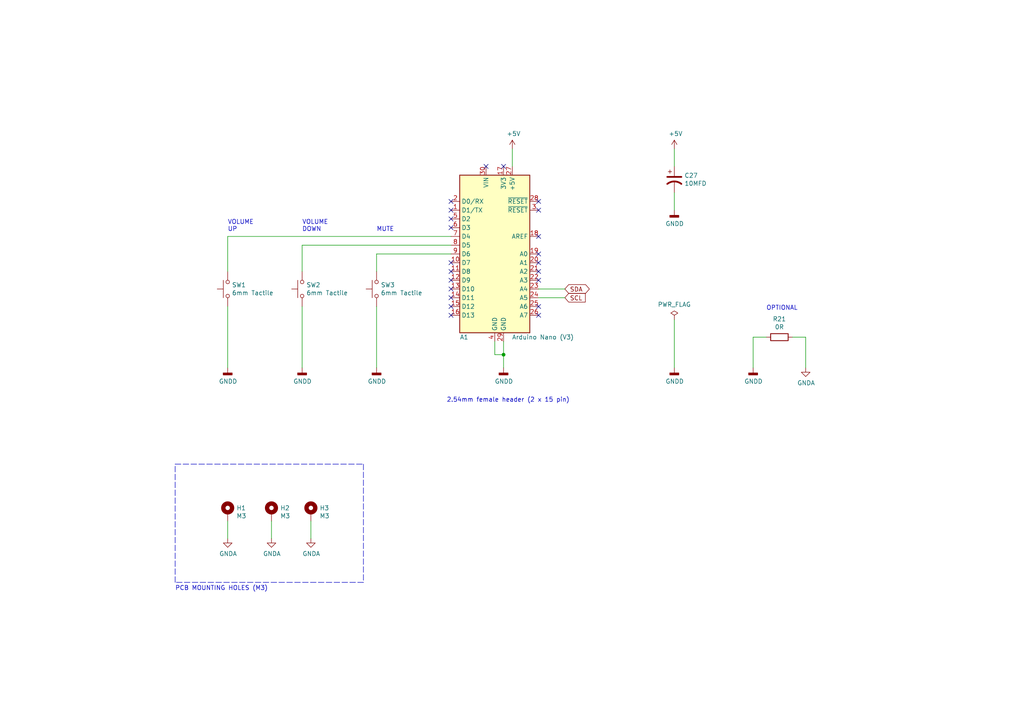
<source format=kicad_sch>
(kicad_sch (version 20211123) (generator eeschema)
  (paper "A4")
  (title_block (title "5.1 channel audio processor") (date "2021-09-13") (rev "1.0.0") (company "Dilshan R Jayakody") (comment 1 "jayakody2000lk@gmail.com") (comment 2 "http://jayakody2000lk.blogspot.com"))
  (lib_symbols
    (symbol "Device:CP1" (pin_numbers hide) (pin_names (offset 0.254) hide)
      (property "Reference" "C" (at 0.635 2.54 0))
      (property "Value" "Device_CP1" (at 0.635 -2.54 0))
      (symbol "CP1_0_1"
        (polyline (pts (xy -2.032 0.762) (xy 2.032 0.762)) (stroke (width 0.508)))
        (polyline (pts (xy -1.778 2.286) (xy -0.762 2.286)))
        (polyline (pts (xy -1.27 1.778) (xy -1.27 2.794)))
        (arc (start 2.032 -1.27) (mid 0 -0.5572) (end -2.032 -1.27) (stroke (width 0.508)))
      )
      (symbol "CP1_1_1"
        (pin passive line (at 0 3.81 270) (length 2.794) (name "~") (number "1"))
        (pin passive line (at 0 -3.81 90) (length 3.302) (name "~") (number "2"))
      )
    )
    (symbol "Device:R" (pin_numbers hide) (pin_names (offset 0))
      (property "Reference" "R" (at 2.032 0 90))
      (property "Value" "R" (at 0 0 90))
      (symbol "R_0_1"
        (rectangle (start -1.016 -2.54) (end 1.016 2.54) (stroke (width 0.254)))
      )
      (symbol "R_1_1"
        (pin passive line (at 0 3.81 270) (length 1.27) (name "~") (number "1"))
        (pin passive line (at 0 -3.81 90) (length 1.27) (name "~") (number "2"))
      )
    )
    (symbol "MCU_Module:Arduino_Nano_v3.x"
      (property "Reference" "A" (at -10.16 23.495 0))
      (property "Value" "Arduino_Nano_v3.x" (at 5.08 -24.13 0))
      (symbol "Arduino_Nano_v3.x_0_1"
        (rectangle (start -10.16 22.86) (end 10.16 -22.86) (stroke (width 0.254)) (fill (type background)))
      )
      (symbol "Arduino_Nano_v3.x_1_1"
        (pin bidirectional line (at -12.7 12.7 0) (length 2.54) (name "D1/TX") (number "1"))
        (pin bidirectional line (at -12.7 -2.54 0) (length 2.54) (name "D7") (number "10"))
        (pin bidirectional line (at -12.7 -5.08 0) (length 2.54) (name "D8") (number "11"))
        (pin bidirectional line (at -12.7 -7.62 0) (length 2.54) (name "D9") (number "12"))
        (pin bidirectional line (at -12.7 -10.16 0) (length 2.54) (name "D10") (number "13"))
        (pin bidirectional line (at -12.7 -12.7 0) (length 2.54) (name "D11") (number "14"))
        (pin bidirectional line (at -12.7 -15.24 0) (length 2.54) (name "D12") (number "15"))
        (pin bidirectional line (at -12.7 -17.78 0) (length 2.54) (name "D13") (number "16"))
        (pin power_out line (at 2.54 25.4 270) (length 2.54) (name "3V3") (number "17"))
        (pin input line (at 12.7 5.08 180) (length 2.54) (name "AREF") (number "18"))
        (pin bidirectional line (at 12.7 0 180) (length 2.54) (name "A0") (number "19"))
        (pin bidirectional line (at -12.7 15.24 0) (length 2.54) (name "D0/RX") (number "2"))
        (pin bidirectional line (at 12.7 -2.54 180) (length 2.54) (name "A1") (number "20"))
        (pin bidirectional line (at 12.7 -5.08 180) (length 2.54) (name "A2") (number "21"))
        (pin bidirectional line (at 12.7 -7.62 180) (length 2.54) (name "A3") (number "22"))
        (pin bidirectional line (at 12.7 -10.16 180) (length 2.54) (name "A4") (number "23"))
        (pin bidirectional line (at 12.7 -12.7 180) (length 2.54) (name "A5") (number "24"))
        (pin bidirectional line (at 12.7 -15.24 180) (length 2.54) (name "A6") (number "25"))
        (pin bidirectional line (at 12.7 -17.78 180) (length 2.54) (name "A7") (number "26"))
        (pin power_out line (at 5.08 25.4 270) (length 2.54) (name "+5V") (number "27"))
        (pin input line (at 12.7 15.24 180) (length 2.54) (name "~{RESET}") (number "28"))
        (pin power_in line (at 2.54 -25.4 90) (length 2.54) (name "GND") (number "29"))
        (pin input line (at 12.7 12.7 180) (length 2.54) (name "~{RESET}") (number "3"))
        (pin power_in line (at -2.54 25.4 270) (length 2.54) (name "VIN") (number "30"))
        (pin power_in line (at 0 -25.4 90) (length 2.54) (name "GND") (number "4"))
        (pin bidirectional line (at -12.7 10.16 0) (length 2.54) (name "D2") (number "5"))
        (pin bidirectional line (at -12.7 7.62 0) (length 2.54) (name "D3") (number "6"))
        (pin bidirectional line (at -12.7 5.08 0) (length 2.54) (name "D4") (number "7"))
        (pin bidirectional line (at -12.7 2.54 0) (length 2.54) (name "D5") (number "8"))
        (pin bidirectional line (at -12.7 0 0) (length 2.54) (name "D6") (number "9"))
      )
    )
    (symbol "Mechanical:MountingHole_Pad" (pin_numbers hide) (pin_names (offset 1.016) hide)
      (property "Reference" "H" (at 0 6.35 0))
      (property "Value" "MountingHole_Pad" (at 0 4.445 0))
      (symbol "MountingHole_Pad_0_1"
        (circle (center 0 1.27) (radius 1.27) (stroke (width 1.27)))
      )
      (symbol "MountingHole_Pad_1_1"
        (pin input line (at 0 -2.54 90) (length 2.54) (name "1") (number "1"))
      )
    )
    (symbol "Switch:SW_Push" (pin_numbers hide) (pin_names (offset 1.016) hide)
      (property "Reference" "SW" (at 1.27 2.54 0))
      (property "Value" "SW_Push" (at 0 -1.524 0))
      (symbol "SW_Push_0_1"
        (circle (center -2.032 0) (radius 0.508))
        (polyline (pts (xy 0 1.27) (xy 0 3.048)))
        (polyline (pts (xy 2.54 1.27) (xy -2.54 1.27)))
        (circle (center 2.032 0) (radius 0.508))
        (pin passive line (at -5.08 0 0) (length 2.54) (name "1") (number "1"))
        (pin passive line (at 5.08 0 180) (length 2.54) (name "2") (number "2"))
      )
    )
    (symbol "power:+5V" (power) (pin_names (offset 0))
      (property "Value" "+5V" (at 0 3.556 0))
      (symbol "+5V_0_1"
        (polyline (pts (xy -0.762 1.27) (xy 0 2.54)))
        (polyline (pts (xy 0 0) (xy 0 2.54)))
        (polyline (pts (xy 0 2.54) (xy 0.762 1.27)))
      )
      (symbol "+5V_1_1"
        (pin power_in line (at 0 0 90) (length 0) hide (name "+5V") (number "1"))
      )
    )
    (symbol "power:GNDA" (power) (pin_names (offset 0))
      (property "Value" "GNDA" (at 0 -3.81 0))
      (symbol "GNDA_0_1"
        (polyline (pts (xy 0 0) (xy 0 -1.27) (xy 1.27 -1.27) (xy 0 -2.54) (xy -1.27 -1.27) (xy 0 -1.27)))
      )
      (symbol "GNDA_1_1"
        (pin power_in line (at 0 0 270) (length 0) hide (name "GNDA") (number "1"))
      )
    )
    (symbol "power:GNDD" (power) (pin_names (offset 0))
      (property "Value" "GNDD" (at 0 -3.175 0))
      (symbol "GNDD_0_1"
        (rectangle (start -1.27 -1.524) (end 1.27 -2.032) (stroke (width 0.254)) (fill (type outline)))
        (polyline (pts (xy 0 0) (xy 0 -1.524)))
      )
      (symbol "GNDD_1_1"
        (pin power_in line (at 0 0 270) (length 0) hide (name "GNDD") (number "1"))
      )
    )
    (symbol "power:PWR_FLAG" (power) (pin_numbers hide) (pin_names (offset 0) hide)
      (property "Value" "PWR_FLAG" (at 0 3.81 0))
      (symbol "PWR_FLAG_0_0"
        (pin power_out line (at 0 0 90) (length 0) (name "pwr") (number "1"))
      )
      (symbol "PWR_FLAG_0_1"
        (polyline (pts (xy 0 0) (xy 0 1.27) (xy -1.016 1.905) (xy 0 2.54) (xy 1.016 1.905) (xy 0 1.27)))
      )
    )
  )
  (junction (at 146.05 102.87))
  (no_connect (at 130.81 58.42))
  (no_connect (at 156.21 91.44))
  (no_connect (at 130.81 63.5))
  (no_connect (at 156.21 78.74))
  (no_connect (at 156.21 88.9))
  (no_connect (at 146.05 48.26))
  (no_connect (at 130.81 86.36))
  (no_connect (at 130.81 88.9))
  (no_connect (at 130.81 60.96))
  (no_connect (at 156.21 76.2))
  (no_connect (at 156.21 58.42))
  (no_connect (at 140.97 48.26))
  (no_connect (at 156.21 73.66))
  (no_connect (at 130.81 91.44))
  (no_connect (at 156.21 60.96))
  (no_connect (at 156.21 68.58))
  (no_connect (at 130.81 83.82))
  (no_connect (at 130.81 76.2))
  (no_connect (at 130.81 81.28))
  (no_connect (at 156.21 81.28))
  (no_connect (at 130.81 66.04))
  (no_connect (at 130.81 78.74))
  (wire (pts (xy 148.59 43.18) (xy 148.59 48.26)))
  (wire (pts (xy 109.22 73.66) (xy 109.22 78.74)))
  (wire (pts (xy 130.81 68.58) (xy 66.04 68.58)))
  (wire (pts (xy 146.05 102.87) (xy 146.05 106.68)))
  (polyline (pts (xy 50.8 168.91) (xy 50.8 134.62)))
  (wire (pts (xy 143.51 102.87) (xy 146.05 102.87)))
  (wire (pts (xy 195.58 43.18) (xy 195.58 48.26)))
  (wire (pts (xy 218.44 97.79) (xy 222.25 97.79)))
  (polyline (pts (xy 105.41 134.62) (xy 105.41 168.91)))
  (wire (pts (xy 218.44 106.68) (xy 218.44 97.79)))
  (wire (pts (xy 130.81 71.12) (xy 87.63 71.12)))
  (wire (pts (xy 195.58 55.88) (xy 195.58 60.96)))
  (polyline (pts (xy 105.41 168.91) (xy 50.8 168.91)))
  (wire (pts (xy 143.51 99.06) (xy 143.51 102.87)))
  (polyline (pts (xy 50.8 134.62) (xy 105.41 134.62)))
  (wire (pts (xy 233.68 97.79) (xy 233.68 106.68)))
  (wire (pts (xy 78.74 151.13) (xy 78.74 156.21)))
  (wire (pts (xy 146.05 99.06) (xy 146.05 102.87)))
  (wire (pts (xy 66.04 151.13) (xy 66.04 156.21)))
  (wire (pts (xy 163.83 83.82) (xy 156.21 83.82)))
  (wire (pts (xy 195.58 92.71) (xy 195.58 106.68)))
  (wire (pts (xy 109.22 88.9) (xy 109.22 106.68)))
  (wire (pts (xy 163.83 86.36) (xy 156.21 86.36)))
  (wire (pts (xy 66.04 88.9) (xy 66.04 106.68)))
  (wire (pts (xy 130.81 73.66) (xy 109.22 73.66)))
  (wire (pts (xy 66.04 68.58) (xy 66.04 78.74)))
  (wire (pts (xy 87.63 71.12) (xy 87.63 78.74)))
  (wire (pts (xy 229.87 97.79) (xy 233.68 97.79)))
  (wire (pts (xy 87.63 88.9) (xy 87.63 106.68)))
  (wire (pts (xy 90.17 151.13) (xy 90.17 156.21)))
  (text "2.54mm female header (2 x 15 pin)" (at 129.54 116.84 0) (effects (font (size 1.27 1.27)) (justify left bottom)))
  (text "VOLUME \nDOWN" (at 87.63 67.31 0) (effects (font (size 1.27 1.27)) (justify left bottom)))
  (text "PCB MOUNTING HOLES (M3)" (at 50.8 171.45 0) (effects (font (size 1.27 1.27)) (justify left bottom)))
  (text "VOLUME\nUP" (at 66.04 67.31 0) (effects (font (size 1.27 1.27)) (justify left bottom)))
  (text "OPTIONAL" (at 222.25 90.17 0) (effects (font (size 1.27 1.27)) (justify left bottom)))
  (text "MUTE" (at 109.22 67.31 0) (effects (font (size 1.27 1.27)) (justify left bottom)))
  (global_label "SDA" (shape bidirectional) (at 163.83 83.82 0) (property "Intersheet References" "${INTERSHEET_REFS}" (effects hide)))
  (global_label "SCL" (shape input) (at 163.83 86.36 0) (property "Intersheet References" "${INTERSHEET_REFS}" (effects hide)))
  (symbol (lib_id "power:GNDD") (at 146.05 106.68 0) (unit 1)
    (property "Reference" "#PWR0148" (effects hide))
    (property "Value" "GNDD" (at 146.1516 110.617 0))
  )
  (symbol (lib_id "power:+5V") (at 148.59 43.18 0) (unit 1)
    (property "Reference" "#PWR0149" (effects hide))
    (property "Value" "+5V" (at 148.971 38.7858 0))
  )
  (symbol (lib_id "Mechanical:MountingHole_Pad") (at 66.04 148.59 0) (unit 1)
    (property "Reference" "H1" (at 68.58 147.3454 0) (effects (justify left)))
    (property "Value" "M3" (at 68.58 149.6568 0) (effects (justify left)))
    (property "Footprint" "MountingHole:MountingHole_3.2mm_M3_Pad" (effects hide))
  )
  (symbol (lib_id "power:GNDA") (at 66.04 156.21 0) (unit 1)
    (property "Reference" "#PWR0154" (effects hide))
    (property "Value" "GNDA" (at 66.167 160.6042 0))
  )
  (symbol (lib_id "Mechanical:MountingHole_Pad") (at 78.74 148.59 0) (unit 1)
    (property "Reference" "H2" (at 81.28 147.3454 0) (effects (justify left)))
    (property "Value" "M3" (at 81.28 149.6568 0) (effects (justify left)))
    (property "Footprint" "MountingHole:MountingHole_3.2mm_M3_Pad" (effects hide))
  )
  (symbol (lib_id "power:GNDA") (at 78.74 156.21 0) (unit 1)
    (property "Reference" "#PWR0155" (effects hide))
    (property "Value" "GNDA" (at 78.867 160.6042 0))
  )
  (symbol (lib_id "Mechanical:MountingHole_Pad") (at 90.17 148.59 0) (unit 1)
    (property "Reference" "H3" (at 92.71 147.3454 0) (effects (justify left)))
    (property "Value" "M3" (at 92.71 149.6568 0) (effects (justify left)))
    (property "Footprint" "MountingHole:MountingHole_3.2mm_M3_Pad" (effects hide))
  )
  (symbol (lib_id "power:GNDA") (at 90.17 156.21 0) (unit 1)
    (property "Reference" "#PWR0156" (effects hide))
    (property "Value" "GNDA" (at 90.297 160.6042 0))
  )
  (symbol (lib_id "Switch:SW_Push") (at 109.22 83.82 90) (unit 1)
    (property "Reference" "SW3" (at 110.4392 82.6516 90) (effects (justify right)))
    (property "Value" "6mm Tactile" (at 110.4392 84.963 90) (effects (justify right)))
    (property "Footprint" "Button_Switch_THT:SW_PUSH_6mm" (effects hide))
  )
  (symbol (lib_id "Switch:SW_Push") (at 87.63 83.82 90) (unit 1)
    (property "Reference" "SW2" (at 88.8492 82.6516 90) (effects (justify right)))
    (property "Value" "6mm Tactile" (at 88.8492 84.963 90) (effects (justify right)))
    (property "Footprint" "Button_Switch_THT:SW_PUSH_6mm" (effects hide))
  )
  (symbol (lib_id "Switch:SW_Push") (at 66.04 83.82 90) (unit 1)
    (property "Reference" "SW1" (at 67.2592 82.6516 90) (effects (justify right)))
    (property "Value" "6mm Tactile" (at 67.2592 84.963 90) (effects (justify right)))
    (property "Footprint" "Button_Switch_THT:SW_PUSH_6mm" (effects hide))
  )
  (symbol (lib_id "power:GNDD") (at 109.22 106.68 0) (unit 1)
    (property "Reference" "#PWR0150" (effects hide))
    (property "Value" "GNDD" (at 109.3216 110.617 0))
  )
  (symbol (lib_id "power:GNDD") (at 87.63 106.68 0) (unit 1)
    (property "Reference" "#PWR0151" (effects hide))
    (property "Value" "GNDD" (at 87.7316 110.617 0))
  )
  (symbol (lib_id "power:GNDD") (at 66.04 106.68 0) (unit 1)
    (property "Reference" "#PWR0152" (effects hide))
    (property "Value" "GNDD" (at 66.1416 110.617 0))
  )
  (symbol (lib_id "power:PWR_FLAG") (at 195.58 92.71 0) (unit 1)
    (property "Reference" "#FLG0103" (effects hide))
    (property "Value" "PWR_FLAG" (at 195.58 88.3158 0))
  )
  (symbol (lib_id "power:GNDD") (at 195.58 106.68 0) (unit 1)
    (property "Reference" "#PWR0153" (effects hide))
    (property "Value" "GNDD" (at 195.6816 110.617 0))
  )
  (symbol (lib_id "power:GNDD") (at 218.44 106.68 0) (unit 1)
    (property "Reference" "#PWR01" (effects hide))
    (property "Value" "GNDD" (at 218.5416 110.617 0))
  )
  (symbol (lib_id "power:GNDA") (at 233.68 106.68 0) (unit 1)
    (property "Reference" "#PWR02" (effects hide))
    (property "Value" "GNDA" (at 233.807 111.0742 0))
  )
  (symbol (lib_id "Device:R") (at 226.06 97.79 270) (unit 1)
    (property "Reference" "R21" (at 226.06 92.5322 90))
    (property "Value" "0R" (at 226.06 94.8436 90))
    (property "Footprint" "Resistor_SMD:R_0805_2012Metric_Pad1.20x1.40mm_HandSolder" (effects hide))
  )
  (symbol (lib_id "power:+5V") (at 195.58 43.18 0) (unit 1)
    (property "Reference" "#PWR03" (effects hide))
    (property "Value" "+5V" (at 195.961 38.7858 0))
  )
  (symbol (lib_id "power:GNDD") (at 195.58 60.96 0) (unit 1)
    (property "Reference" "#PWR04" (effects hide))
    (property "Value" "GNDD" (at 195.6816 64.897 0))
  )
  (symbol (lib_id "Device:CP1") (at 195.58 52.07 0) (unit 1)
    (property "Reference" "C27" (at 198.501 50.9016 0) (effects (justify left)))
    (property "Value" "10MFD" (at 198.501 53.213 0) (effects (justify left)))
    (property "Footprint" "Capacitor_THT:CP_Radial_D5.0mm_P2.00mm" (effects hide))
  )
  (symbol (lib_id "MCU_Module:Arduino_Nano_v3.x") (at 143.51 73.66 0) (unit 1)
    (property "Reference" "A1" (at 134.62 97.79 0))
    (property "Value" "Arduino Nano (V3)" (at 157.48 97.79 0))
    (property "Footprint" "Module:Arduino_Nano" (effects hide))
    (property "Datasheet" "http://www.mouser.com/pdfdocs/Gravitech_Arduino_Nano3_0.pdf" (effects hide))
  )
)
</source>
